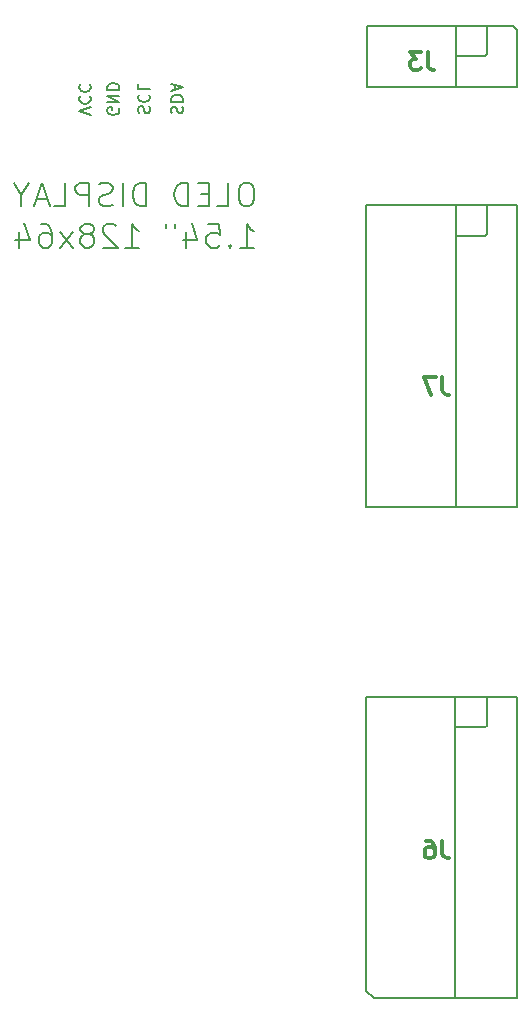
<source format=gbr>
G04 #@! TF.GenerationSoftware,KiCad,Pcbnew,(5.0.0)*
G04 #@! TF.CreationDate,2019-10-02T19:56:35-04:00*
G04 #@! TF.ProjectId,AVR_LCD 2.0,4156525F4C434420322E302E6B696361,rev?*
G04 #@! TF.SameCoordinates,Original*
G04 #@! TF.FileFunction,Legend,Bot*
G04 #@! TF.FilePolarity,Positive*
%FSLAX46Y46*%
G04 Gerber Fmt 4.6, Leading zero omitted, Abs format (unit mm)*
G04 Created by KiCad (PCBNEW (5.0.0)) date 10/02/19 19:56:35*
%MOMM*%
%LPD*%
G01*
G04 APERTURE LIST*
%ADD10C,0.300000*%
%ADD11C,0.200000*%
%ADD12C,0.150000*%
G04 APERTURE END LIST*
D10*
X107590000Y-56028571D02*
X107590000Y-57100000D01*
X107661428Y-57314285D01*
X107804285Y-57457142D01*
X108018571Y-57528571D01*
X108161428Y-57528571D01*
X107018571Y-56028571D02*
X106090000Y-56028571D01*
X106590000Y-56600000D01*
X106375714Y-56600000D01*
X106232857Y-56671428D01*
X106161428Y-56742857D01*
X106090000Y-56885714D01*
X106090000Y-57242857D01*
X106161428Y-57385714D01*
X106232857Y-57457142D01*
X106375714Y-57528571D01*
X106804285Y-57528571D01*
X106947142Y-57457142D01*
X107018571Y-57385714D01*
X108840000Y-122778571D02*
X108840000Y-123850000D01*
X108911428Y-124064285D01*
X109054285Y-124207142D01*
X109268571Y-124278571D01*
X109411428Y-124278571D01*
X107482857Y-122778571D02*
X107768571Y-122778571D01*
X107911428Y-122850000D01*
X107982857Y-122921428D01*
X108125714Y-123135714D01*
X108197142Y-123421428D01*
X108197142Y-123992857D01*
X108125714Y-124135714D01*
X108054285Y-124207142D01*
X107911428Y-124278571D01*
X107625714Y-124278571D01*
X107482857Y-124207142D01*
X107411428Y-124135714D01*
X107340000Y-123992857D01*
X107340000Y-123635714D01*
X107411428Y-123492857D01*
X107482857Y-123421428D01*
X107625714Y-123350000D01*
X107911428Y-123350000D01*
X108054285Y-123421428D01*
X108125714Y-123492857D01*
X108197142Y-123635714D01*
X108840000Y-83528571D02*
X108840000Y-84600000D01*
X108911428Y-84814285D01*
X109054285Y-84957142D01*
X109268571Y-85028571D01*
X109411428Y-85028571D01*
X108268571Y-83528571D02*
X107268571Y-83528571D01*
X107911428Y-85028571D01*
D11*
X112590000Y-56000000D02*
X112590000Y-53800000D01*
X112590000Y-56200000D02*
X112590000Y-56000000D01*
X112440000Y-56350000D02*
X112590000Y-56200000D01*
X112390000Y-56350000D02*
X112440000Y-56350000D01*
X109990000Y-56350000D02*
X112440000Y-56350000D01*
X109990000Y-59000000D02*
X109990000Y-53800000D01*
X115140000Y-54150000D02*
X114790000Y-53800000D01*
X115140000Y-59000000D02*
X115140000Y-54150000D01*
X102490000Y-53800000D02*
X102440000Y-53800000D01*
X102440000Y-55350000D02*
X102440000Y-53800000D01*
X114790000Y-53800000D02*
X102490000Y-53800000D01*
X102440000Y-59000000D02*
X102440000Y-55400000D01*
X115140000Y-59000000D02*
X102440000Y-59000000D01*
X109990000Y-94500000D02*
X109990000Y-71600000D01*
X112590000Y-71450000D02*
X112590000Y-69000000D01*
X112440000Y-71600000D02*
X112590000Y-71450000D01*
X109990000Y-71600000D02*
X112440000Y-71600000D01*
X109990000Y-69000000D02*
X109990000Y-71600000D01*
X115140000Y-69000000D02*
X102390000Y-69000000D01*
X115140000Y-94500000D02*
X115140000Y-69000000D01*
X102390000Y-70650000D02*
X102390000Y-70400000D01*
X102390000Y-70500000D02*
X102390000Y-69000000D01*
X102390000Y-94500000D02*
X102390000Y-70550000D01*
X115140000Y-94500000D02*
X102390000Y-94500000D01*
X112590000Y-113100000D02*
X112590000Y-110600000D01*
X112490000Y-113200000D02*
X112590000Y-113100000D01*
X109940000Y-113200000D02*
X112490000Y-113200000D01*
X109940000Y-136150000D02*
X109940000Y-110600000D01*
X115190000Y-136150000D02*
X109940000Y-136150000D01*
X115190000Y-110600000D02*
X115190000Y-136150000D01*
X110040000Y-110600000D02*
X115190000Y-110600000D01*
X102390000Y-110650000D02*
X102390000Y-110750000D01*
X102390000Y-110600000D02*
X102390000Y-110650000D01*
X110040000Y-110600000D02*
X102390000Y-110600000D01*
X102390000Y-135500000D02*
X102390000Y-110700000D01*
X103040000Y-136150000D02*
X102390000Y-135500000D01*
X109940000Y-136150000D02*
X103040000Y-136150000D01*
G04 #@! TO.C,U2*
D12*
X92443024Y-67074977D02*
X92062072Y-67074977D01*
X91871596Y-67170216D01*
X91681119Y-67360692D01*
X91585881Y-67741644D01*
X91585881Y-68408311D01*
X91681119Y-68789263D01*
X91871596Y-68979739D01*
X92062072Y-69074977D01*
X92443024Y-69074977D01*
X92633500Y-68979739D01*
X92823977Y-68789263D01*
X92919215Y-68408311D01*
X92919215Y-67741644D01*
X92823977Y-67360692D01*
X92633500Y-67170216D01*
X92443024Y-67074977D01*
X89776357Y-69074977D02*
X90728738Y-69074977D01*
X90728738Y-67074977D01*
X89109691Y-68027358D02*
X88443024Y-68027358D01*
X88157310Y-69074977D02*
X89109691Y-69074977D01*
X89109691Y-67074977D01*
X88157310Y-67074977D01*
X87300167Y-69074977D02*
X87300167Y-67074977D01*
X86823977Y-67074977D01*
X86538262Y-67170216D01*
X86347786Y-67360692D01*
X86252548Y-67551168D01*
X86157310Y-67932120D01*
X86157310Y-68217835D01*
X86252548Y-68598787D01*
X86347786Y-68789263D01*
X86538262Y-68979739D01*
X86823977Y-69074977D01*
X87300167Y-69074977D01*
X83776357Y-69074977D02*
X83776357Y-67074977D01*
X83300167Y-67074977D01*
X83014453Y-67170216D01*
X82823977Y-67360692D01*
X82728738Y-67551168D01*
X82633500Y-67932120D01*
X82633500Y-68217835D01*
X82728738Y-68598787D01*
X82823977Y-68789263D01*
X83014453Y-68979739D01*
X83300167Y-69074977D01*
X83776357Y-69074977D01*
X81776357Y-69074977D02*
X81776357Y-67074977D01*
X80919215Y-68979739D02*
X80633500Y-69074977D01*
X80157310Y-69074977D01*
X79966834Y-68979739D01*
X79871596Y-68884501D01*
X79776357Y-68694025D01*
X79776357Y-68503549D01*
X79871596Y-68313073D01*
X79966834Y-68217835D01*
X80157310Y-68122596D01*
X80538262Y-68027358D01*
X80728738Y-67932120D01*
X80823977Y-67836882D01*
X80919215Y-67646406D01*
X80919215Y-67455930D01*
X80823977Y-67265454D01*
X80728738Y-67170216D01*
X80538262Y-67074977D01*
X80062072Y-67074977D01*
X79776357Y-67170216D01*
X78919215Y-69074977D02*
X78919215Y-67074977D01*
X78157310Y-67074977D01*
X77966834Y-67170216D01*
X77871596Y-67265454D01*
X77776357Y-67455930D01*
X77776357Y-67741644D01*
X77871596Y-67932120D01*
X77966834Y-68027358D01*
X78157310Y-68122596D01*
X78919215Y-68122596D01*
X75966834Y-69074977D02*
X76919215Y-69074977D01*
X76919215Y-67074977D01*
X75395405Y-68503549D02*
X74443024Y-68503549D01*
X75585881Y-69074977D02*
X74919215Y-67074977D01*
X74252548Y-69074977D01*
X73204929Y-68122596D02*
X73204929Y-69074977D01*
X73871596Y-67074977D02*
X73204929Y-68122596D01*
X72538262Y-67074977D01*
X91728738Y-72574977D02*
X92871596Y-72574977D01*
X92300167Y-72574977D02*
X92300167Y-70574977D01*
X92490643Y-70860692D01*
X92681119Y-71051168D01*
X92871596Y-71146406D01*
X90871596Y-72384501D02*
X90776357Y-72479739D01*
X90871596Y-72574977D01*
X90966834Y-72479739D01*
X90871596Y-72384501D01*
X90871596Y-72574977D01*
X88966834Y-70574977D02*
X89919215Y-70574977D01*
X90014453Y-71527358D01*
X89919215Y-71432120D01*
X89728738Y-71336882D01*
X89252548Y-71336882D01*
X89062072Y-71432120D01*
X88966834Y-71527358D01*
X88871596Y-71717835D01*
X88871596Y-72194025D01*
X88966834Y-72384501D01*
X89062072Y-72479739D01*
X89252548Y-72574977D01*
X89728738Y-72574977D01*
X89919215Y-72479739D01*
X90014453Y-72384501D01*
X87157310Y-71241644D02*
X87157310Y-72574977D01*
X87633500Y-70479739D02*
X88109691Y-71908311D01*
X86871596Y-71908311D01*
X86204929Y-70574977D02*
X86204929Y-70955930D01*
X85443024Y-70574977D02*
X85443024Y-70955930D01*
X82014453Y-72574977D02*
X83157310Y-72574977D01*
X82585881Y-72574977D02*
X82585881Y-70574977D01*
X82776357Y-70860692D01*
X82966834Y-71051168D01*
X83157310Y-71146406D01*
X81252548Y-70765454D02*
X81157310Y-70670216D01*
X80966834Y-70574977D01*
X80490643Y-70574977D01*
X80300167Y-70670216D01*
X80204929Y-70765454D01*
X80109691Y-70955930D01*
X80109691Y-71146406D01*
X80204929Y-71432120D01*
X81347786Y-72574977D01*
X80109691Y-72574977D01*
X78966834Y-71432120D02*
X79157310Y-71336882D01*
X79252548Y-71241644D01*
X79347786Y-71051168D01*
X79347786Y-70955930D01*
X79252548Y-70765454D01*
X79157310Y-70670216D01*
X78966834Y-70574977D01*
X78585881Y-70574977D01*
X78395405Y-70670216D01*
X78300167Y-70765454D01*
X78204929Y-70955930D01*
X78204929Y-71051168D01*
X78300167Y-71241644D01*
X78395405Y-71336882D01*
X78585881Y-71432120D01*
X78966834Y-71432120D01*
X79157310Y-71527358D01*
X79252548Y-71622596D01*
X79347786Y-71813073D01*
X79347786Y-72194025D01*
X79252548Y-72384501D01*
X79157310Y-72479739D01*
X78966834Y-72574977D01*
X78585881Y-72574977D01*
X78395405Y-72479739D01*
X78300167Y-72384501D01*
X78204929Y-72194025D01*
X78204929Y-71813073D01*
X78300167Y-71622596D01*
X78395405Y-71527358D01*
X78585881Y-71432120D01*
X77538262Y-72574977D02*
X76490643Y-71241644D01*
X77538262Y-71241644D02*
X76490643Y-72574977D01*
X74871596Y-70574977D02*
X75252548Y-70574977D01*
X75443024Y-70670216D01*
X75538262Y-70765454D01*
X75728738Y-71051168D01*
X75823977Y-71432120D01*
X75823977Y-72194025D01*
X75728738Y-72384501D01*
X75633500Y-72479739D01*
X75443024Y-72574977D01*
X75062072Y-72574977D01*
X74871596Y-72479739D01*
X74776357Y-72384501D01*
X74681119Y-72194025D01*
X74681119Y-71717835D01*
X74776357Y-71527358D01*
X74871596Y-71432120D01*
X75062072Y-71336882D01*
X75443024Y-71336882D01*
X75633500Y-71432120D01*
X75728738Y-71527358D01*
X75823977Y-71717835D01*
X72966834Y-71241644D02*
X72966834Y-72574977D01*
X73443024Y-70479739D02*
X73919215Y-71908311D01*
X72681119Y-71908311D01*
X79087619Y-61333333D02*
X78087619Y-61000000D01*
X79087619Y-60666666D01*
X78182857Y-59761904D02*
X78135238Y-59809523D01*
X78087619Y-59952380D01*
X78087619Y-60047619D01*
X78135238Y-60190476D01*
X78230476Y-60285714D01*
X78325714Y-60333333D01*
X78516190Y-60380952D01*
X78659047Y-60380952D01*
X78849523Y-60333333D01*
X78944761Y-60285714D01*
X79040000Y-60190476D01*
X79087619Y-60047619D01*
X79087619Y-59952380D01*
X79040000Y-59809523D01*
X78992380Y-59761904D01*
X78182857Y-58761904D02*
X78135238Y-58809523D01*
X78087619Y-58952380D01*
X78087619Y-59047619D01*
X78135238Y-59190476D01*
X78230476Y-59285714D01*
X78325714Y-59333333D01*
X78516190Y-59380952D01*
X78659047Y-59380952D01*
X78849523Y-59333333D01*
X78944761Y-59285714D01*
X79040000Y-59190476D01*
X79087619Y-59047619D01*
X79087619Y-58952380D01*
X79040000Y-58809523D01*
X78992380Y-58761904D01*
X83135238Y-61190476D02*
X83087619Y-61047619D01*
X83087619Y-60809523D01*
X83135238Y-60714285D01*
X83182857Y-60666666D01*
X83278095Y-60619047D01*
X83373333Y-60619047D01*
X83468571Y-60666666D01*
X83516190Y-60714285D01*
X83563809Y-60809523D01*
X83611428Y-61000000D01*
X83659047Y-61095238D01*
X83706666Y-61142857D01*
X83801904Y-61190476D01*
X83897142Y-61190476D01*
X83992380Y-61142857D01*
X84040000Y-61095238D01*
X84087619Y-61000000D01*
X84087619Y-60761904D01*
X84040000Y-60619047D01*
X83182857Y-59619047D02*
X83135238Y-59666666D01*
X83087619Y-59809523D01*
X83087619Y-59904761D01*
X83135238Y-60047619D01*
X83230476Y-60142857D01*
X83325714Y-60190476D01*
X83516190Y-60238095D01*
X83659047Y-60238095D01*
X83849523Y-60190476D01*
X83944761Y-60142857D01*
X84040000Y-60047619D01*
X84087619Y-59904761D01*
X84087619Y-59809523D01*
X84040000Y-59666666D01*
X83992380Y-59619047D01*
X83087619Y-58714285D02*
X83087619Y-59190476D01*
X84087619Y-59190476D01*
X85935238Y-61214285D02*
X85887619Y-61071428D01*
X85887619Y-60833333D01*
X85935238Y-60738095D01*
X85982857Y-60690476D01*
X86078095Y-60642857D01*
X86173333Y-60642857D01*
X86268571Y-60690476D01*
X86316190Y-60738095D01*
X86363809Y-60833333D01*
X86411428Y-61023809D01*
X86459047Y-61119047D01*
X86506666Y-61166666D01*
X86601904Y-61214285D01*
X86697142Y-61214285D01*
X86792380Y-61166666D01*
X86840000Y-61119047D01*
X86887619Y-61023809D01*
X86887619Y-60785714D01*
X86840000Y-60642857D01*
X85887619Y-60214285D02*
X86887619Y-60214285D01*
X86887619Y-59976190D01*
X86840000Y-59833333D01*
X86744761Y-59738095D01*
X86649523Y-59690476D01*
X86459047Y-59642857D01*
X86316190Y-59642857D01*
X86125714Y-59690476D01*
X86030476Y-59738095D01*
X85935238Y-59833333D01*
X85887619Y-59976190D01*
X85887619Y-60214285D01*
X86173333Y-59261904D02*
X86173333Y-58785714D01*
X85887619Y-59357142D02*
X86887619Y-59023809D01*
X85887619Y-58690476D01*
X81440000Y-60761904D02*
X81487619Y-60857142D01*
X81487619Y-61000000D01*
X81440000Y-61142857D01*
X81344761Y-61238095D01*
X81249523Y-61285714D01*
X81059047Y-61333333D01*
X80916190Y-61333333D01*
X80725714Y-61285714D01*
X80630476Y-61238095D01*
X80535238Y-61142857D01*
X80487619Y-61000000D01*
X80487619Y-60904761D01*
X80535238Y-60761904D01*
X80582857Y-60714285D01*
X80916190Y-60714285D01*
X80916190Y-60904761D01*
X80487619Y-60285714D02*
X81487619Y-60285714D01*
X80487619Y-59714285D01*
X81487619Y-59714285D01*
X80487619Y-59238095D02*
X81487619Y-59238095D01*
X81487619Y-59000000D01*
X81440000Y-58857142D01*
X81344761Y-58761904D01*
X81249523Y-58714285D01*
X81059047Y-58666666D01*
X80916190Y-58666666D01*
X80725714Y-58714285D01*
X80630476Y-58761904D01*
X80535238Y-58857142D01*
X80487619Y-59000000D01*
X80487619Y-59238095D01*
G04 #@! TD*
M02*

</source>
